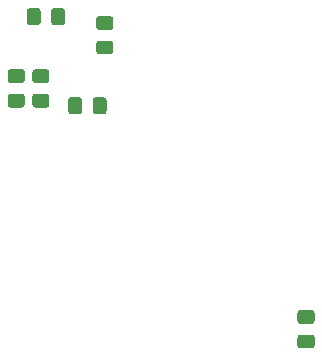
<source format=gbr>
G04 #@! TF.GenerationSoftware,KiCad,Pcbnew,5.1.9*
G04 #@! TF.CreationDate,2021-03-06T22:13:27+08:00*
G04 #@! TF.ProjectId,LaserSwitch-Master,4c617365-7253-4776-9974-63682d4d6173,rev?*
G04 #@! TF.SameCoordinates,Original*
G04 #@! TF.FileFunction,Paste,Bot*
G04 #@! TF.FilePolarity,Positive*
%FSLAX46Y46*%
G04 Gerber Fmt 4.6, Leading zero omitted, Abs format (unit mm)*
G04 Created by KiCad (PCBNEW 5.1.9) date 2021-03-06 22:13:27*
%MOMM*%
%LPD*%
G01*
G04 APERTURE LIST*
G04 APERTURE END LIST*
G04 #@! TO.C,C13*
G36*
G01*
X130385800Y-93464800D02*
X131335800Y-93464800D01*
G75*
G02*
X131585800Y-93714800I0J-250000D01*
G01*
X131585800Y-94389800D01*
G75*
G02*
X131335800Y-94639800I-250000J0D01*
G01*
X130385800Y-94639800D01*
G75*
G02*
X130135800Y-94389800I0J250000D01*
G01*
X130135800Y-93714800D01*
G75*
G02*
X130385800Y-93464800I250000J0D01*
G01*
G37*
G36*
G01*
X130385800Y-91389800D02*
X131335800Y-91389800D01*
G75*
G02*
X131585800Y-91639800I0J-250000D01*
G01*
X131585800Y-92314800D01*
G75*
G02*
X131335800Y-92564800I-250000J0D01*
G01*
X130385800Y-92564800D01*
G75*
G02*
X130135800Y-92314800I0J250000D01*
G01*
X130135800Y-91639800D01*
G75*
G02*
X130385800Y-91389800I250000J0D01*
G01*
G37*
G04 #@! TD*
G04 #@! TO.C,C11*
G36*
G01*
X126332400Y-91915000D02*
X126332400Y-90965000D01*
G75*
G02*
X126582400Y-90715000I250000J0D01*
G01*
X127257400Y-90715000D01*
G75*
G02*
X127507400Y-90965000I0J-250000D01*
G01*
X127507400Y-91915000D01*
G75*
G02*
X127257400Y-92165000I-250000J0D01*
G01*
X126582400Y-92165000D01*
G75*
G02*
X126332400Y-91915000I0J250000D01*
G01*
G37*
G36*
G01*
X124257400Y-91915000D02*
X124257400Y-90965000D01*
G75*
G02*
X124507400Y-90715000I250000J0D01*
G01*
X125182400Y-90715000D01*
G75*
G02*
X125432400Y-90965000I0J-250000D01*
G01*
X125432400Y-91915000D01*
G75*
G02*
X125182400Y-92165000I-250000J0D01*
G01*
X124507400Y-92165000D01*
G75*
G02*
X124257400Y-91915000I0J250000D01*
G01*
G37*
G04 #@! TD*
G04 #@! TO.C,C10*
G36*
G01*
X123842800Y-97060600D02*
X122892800Y-97060600D01*
G75*
G02*
X122642800Y-96810600I0J250000D01*
G01*
X122642800Y-96135600D01*
G75*
G02*
X122892800Y-95885600I250000J0D01*
G01*
X123842800Y-95885600D01*
G75*
G02*
X124092800Y-96135600I0J-250000D01*
G01*
X124092800Y-96810600D01*
G75*
G02*
X123842800Y-97060600I-250000J0D01*
G01*
G37*
G36*
G01*
X123842800Y-99135600D02*
X122892800Y-99135600D01*
G75*
G02*
X122642800Y-98885600I0J250000D01*
G01*
X122642800Y-98210600D01*
G75*
G02*
X122892800Y-97960600I250000J0D01*
G01*
X123842800Y-97960600D01*
G75*
G02*
X124092800Y-98210600I0J-250000D01*
G01*
X124092800Y-98885600D01*
G75*
G02*
X123842800Y-99135600I-250000J0D01*
G01*
G37*
G04 #@! TD*
G04 #@! TO.C,C9*
G36*
G01*
X128937600Y-98508800D02*
X128937600Y-99458800D01*
G75*
G02*
X128687600Y-99708800I-250000J0D01*
G01*
X128012600Y-99708800D01*
G75*
G02*
X127762600Y-99458800I0J250000D01*
G01*
X127762600Y-98508800D01*
G75*
G02*
X128012600Y-98258800I250000J0D01*
G01*
X128687600Y-98258800D01*
G75*
G02*
X128937600Y-98508800I0J-250000D01*
G01*
G37*
G36*
G01*
X131012600Y-98508800D02*
X131012600Y-99458800D01*
G75*
G02*
X130762600Y-99708800I-250000J0D01*
G01*
X130087600Y-99708800D01*
G75*
G02*
X129837600Y-99458800I0J250000D01*
G01*
X129837600Y-98508800D01*
G75*
G02*
X130087600Y-98258800I250000J0D01*
G01*
X130762600Y-98258800D01*
G75*
G02*
X131012600Y-98508800I0J-250000D01*
G01*
G37*
G04 #@! TD*
G04 #@! TO.C,C8*
G36*
G01*
X125925600Y-97060600D02*
X124975600Y-97060600D01*
G75*
G02*
X124725600Y-96810600I0J250000D01*
G01*
X124725600Y-96135600D01*
G75*
G02*
X124975600Y-95885600I250000J0D01*
G01*
X125925600Y-95885600D01*
G75*
G02*
X126175600Y-96135600I0J-250000D01*
G01*
X126175600Y-96810600D01*
G75*
G02*
X125925600Y-97060600I-250000J0D01*
G01*
G37*
G36*
G01*
X125925600Y-99135600D02*
X124975600Y-99135600D01*
G75*
G02*
X124725600Y-98885600I0J250000D01*
G01*
X124725600Y-98210600D01*
G75*
G02*
X124975600Y-97960600I250000J0D01*
G01*
X125925600Y-97960600D01*
G75*
G02*
X126175600Y-98210600I0J-250000D01*
G01*
X126175600Y-98885600D01*
G75*
G02*
X125925600Y-99135600I-250000J0D01*
G01*
G37*
G04 #@! TD*
G04 #@! TO.C,C5*
G36*
G01*
X147429200Y-118356800D02*
X148379200Y-118356800D01*
G75*
G02*
X148629200Y-118606800I0J-250000D01*
G01*
X148629200Y-119281800D01*
G75*
G02*
X148379200Y-119531800I-250000J0D01*
G01*
X147429200Y-119531800D01*
G75*
G02*
X147179200Y-119281800I0J250000D01*
G01*
X147179200Y-118606800D01*
G75*
G02*
X147429200Y-118356800I250000J0D01*
G01*
G37*
G36*
G01*
X147429200Y-116281800D02*
X148379200Y-116281800D01*
G75*
G02*
X148629200Y-116531800I0J-250000D01*
G01*
X148629200Y-117206800D01*
G75*
G02*
X148379200Y-117456800I-250000J0D01*
G01*
X147429200Y-117456800D01*
G75*
G02*
X147179200Y-117206800I0J250000D01*
G01*
X147179200Y-116531800D01*
G75*
G02*
X147429200Y-116281800I250000J0D01*
G01*
G37*
G04 #@! TD*
M02*

</source>
